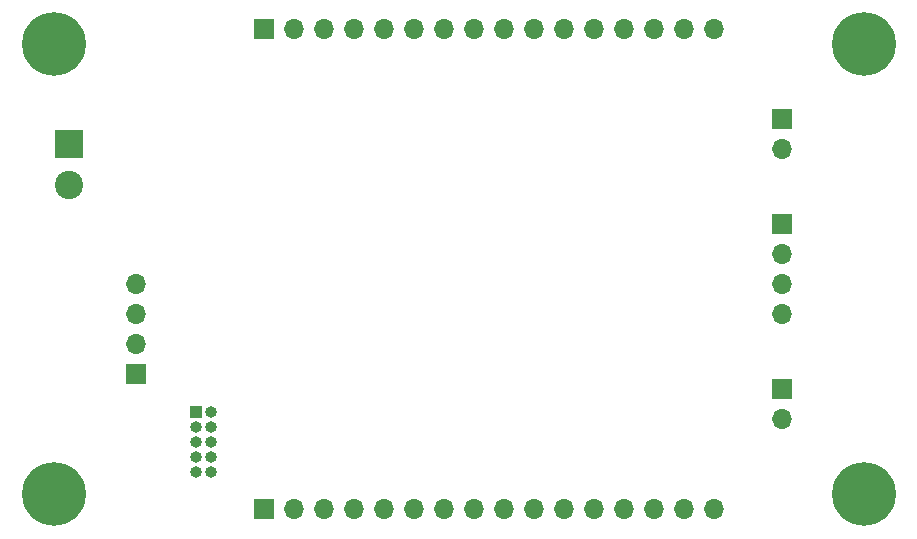
<source format=gbr>
%TF.GenerationSoftware,KiCad,Pcbnew,(6.0.2)*%
%TF.CreationDate,2022-02-18T18:14:02-05:00*%
%TF.ProjectId,EFM32TG11-Core,45464d33-3254-4473-9131-2d436f72652e,rev?*%
%TF.SameCoordinates,Original*%
%TF.FileFunction,Soldermask,Bot*%
%TF.FilePolarity,Negative*%
%FSLAX46Y46*%
G04 Gerber Fmt 4.6, Leading zero omitted, Abs format (unit mm)*
G04 Created by KiCad (PCBNEW (6.0.2)) date 2022-02-18 18:14:02*
%MOMM*%
%LPD*%
G01*
G04 APERTURE LIST*
%ADD10R,1.700000X1.700000*%
%ADD11O,1.700000X1.700000*%
%ADD12R,2.400000X2.400000*%
%ADD13C,2.400000*%
%ADD14C,5.400000*%
%ADD15R,1.000000X1.000000*%
%ADD16O,1.000000X1.000000*%
G04 APERTURE END LIST*
D10*
%TO.C,J2*%
X184855000Y-88895000D03*
D11*
X184855000Y-91435000D03*
%TD*%
D12*
%TO.C,J1*%
X124460000Y-90960000D03*
D13*
X124460000Y-94460000D03*
%TD*%
D14*
%TO.C,H3*%
X191770000Y-82550000D03*
%TD*%
D10*
%TO.C,J4*%
X184855000Y-111755000D03*
D11*
X184855000Y-114295000D03*
%TD*%
D14*
%TO.C,H1*%
X123190000Y-82550000D03*
%TD*%
D10*
%TO.C,J7*%
X140970000Y-121895000D03*
D11*
X143510000Y-121895000D03*
X146050000Y-121895000D03*
X148590000Y-121895000D03*
X151130000Y-121895000D03*
X153670000Y-121895000D03*
X156210000Y-121895000D03*
X158750000Y-121895000D03*
X161290000Y-121895000D03*
X163830000Y-121895000D03*
X166370000Y-121895000D03*
X168910000Y-121895000D03*
X171450000Y-121895000D03*
X173990000Y-121895000D03*
X176530000Y-121895000D03*
X179070000Y-121895000D03*
%TD*%
D10*
%TO.C,J5*%
X130175000Y-110480000D03*
D11*
X130175000Y-107940000D03*
X130175000Y-105400000D03*
X130175000Y-102860000D03*
%TD*%
D10*
%TO.C,J8*%
X140970000Y-81255000D03*
D11*
X143510000Y-81255000D03*
X146050000Y-81255000D03*
X148590000Y-81255000D03*
X151130000Y-81255000D03*
X153670000Y-81255000D03*
X156210000Y-81255000D03*
X158750000Y-81255000D03*
X161290000Y-81255000D03*
X163830000Y-81255000D03*
X166370000Y-81255000D03*
X168910000Y-81255000D03*
X171450000Y-81255000D03*
X173990000Y-81255000D03*
X176530000Y-81255000D03*
X179070000Y-81255000D03*
%TD*%
D14*
%TO.C,H2*%
X123190000Y-120650000D03*
%TD*%
D10*
%TO.C,J3*%
X184855000Y-97800000D03*
D11*
X184855000Y-100340000D03*
X184855000Y-102880000D03*
X184855000Y-105420000D03*
%TD*%
D14*
%TO.C,H4*%
X191770000Y-120650000D03*
%TD*%
D15*
%TO.C,J6*%
X135265000Y-113655000D03*
D16*
X136535000Y-113655000D03*
X135265000Y-114925000D03*
X136535000Y-114925000D03*
X135265000Y-116195000D03*
X136535000Y-116195000D03*
X135265000Y-117465000D03*
X136535000Y-117465000D03*
X135265000Y-118735000D03*
X136535000Y-118735000D03*
%TD*%
M02*

</source>
